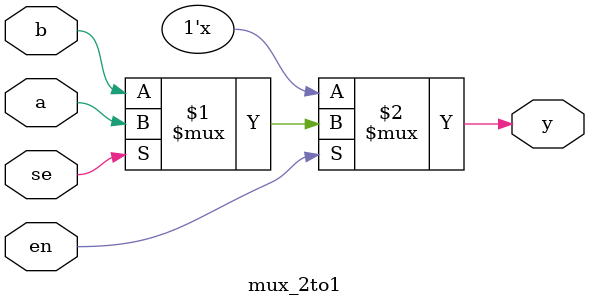
<source format=v>
module mux_2to1(
input wire a,
input wire b,
input wire en,
input wire se,
output reg y  
);
  
  
assign y= en?(se?a:b):1'bz;
endmodule

</source>
